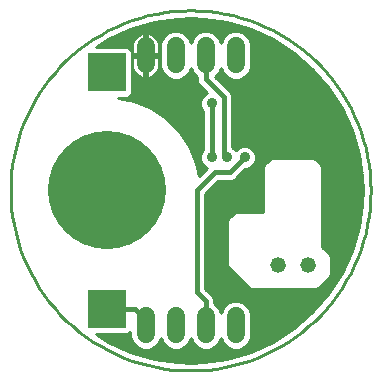
<source format=gtl>
G75*
G70*
%OFA0B0*%
%FSLAX24Y24*%
%IPPOS*%
%LPD*%
%AMOC8*
5,1,8,0,0,1.08239X$1,22.5*
%
%ADD10C,0.0100*%
%ADD11C,0.0600*%
%ADD12R,0.1260X0.1260*%
%ADD13C,0.3937*%
%ADD14C,0.0520*%
%ADD15C,0.0160*%
%ADD16R,0.0396X0.0396*%
%ADD17C,0.0396*%
%ADD18C,0.0357*%
D10*
X002994Y001374D02*
X004068Y001374D01*
X004141Y001447D01*
X004141Y001250D01*
X004219Y001062D01*
X004362Y000919D01*
X004550Y000841D01*
X004753Y000841D01*
X004940Y000919D01*
X005084Y001062D01*
X005151Y001226D01*
X005219Y001062D01*
X005362Y000919D01*
X005550Y000841D01*
X005753Y000841D01*
X005940Y000919D01*
X006084Y001062D01*
X006151Y001226D01*
X006219Y001062D01*
X006362Y000919D01*
X006550Y000841D01*
X006753Y000841D01*
X006940Y000919D01*
X007084Y001062D01*
X007151Y001226D01*
X007219Y001062D01*
X007362Y000919D01*
X007550Y000841D01*
X007753Y000841D01*
X007940Y000919D01*
X008084Y001062D01*
X008161Y001250D01*
X008161Y002053D01*
X008084Y002240D01*
X007940Y002384D01*
X007753Y002461D01*
X007550Y002461D01*
X007362Y002384D01*
X007219Y002240D01*
X007151Y002077D01*
X007084Y002240D01*
X006941Y002382D01*
X006941Y002393D01*
X006941Y002509D01*
X006897Y002615D01*
X010663Y002615D01*
X010746Y002711D02*
X010210Y002092D01*
X009591Y001556D01*
X008902Y001113D01*
X008157Y000773D01*
X007371Y000542D01*
X006561Y000426D01*
X006151Y000411D01*
X005742Y000426D01*
X004931Y000542D01*
X004145Y000773D01*
X003400Y001113D01*
X002994Y001374D01*
X003057Y001334D02*
X004141Y001334D01*
X004141Y001432D02*
X004126Y001432D01*
X004147Y001235D02*
X003211Y001235D01*
X003364Y001137D02*
X004188Y001137D01*
X004243Y001038D02*
X003565Y001038D01*
X003400Y001113D02*
X003400Y001113D01*
X003781Y000940D02*
X004342Y000940D01*
X004250Y000742D02*
X008053Y000742D01*
X007961Y000940D02*
X008522Y000940D01*
X008737Y001038D02*
X008059Y001038D01*
X008114Y001137D02*
X008938Y001137D01*
X009092Y001235D02*
X008155Y001235D01*
X008161Y001334D02*
X009245Y001334D01*
X009398Y001432D02*
X008161Y001432D01*
X008161Y001531D02*
X009552Y001531D01*
X009676Y001629D02*
X008161Y001629D01*
X008161Y001728D02*
X009789Y001728D01*
X009903Y001826D02*
X008161Y001826D01*
X008161Y001925D02*
X010017Y001925D01*
X010131Y002024D02*
X008161Y002024D01*
X008132Y002122D02*
X010236Y002122D01*
X010321Y002221D02*
X008092Y002221D01*
X008004Y002319D02*
X010406Y002319D01*
X010492Y002418D02*
X007858Y002418D01*
X007445Y002418D02*
X006941Y002418D01*
X006938Y002516D02*
X010577Y002516D01*
X010746Y002711D02*
X011189Y003400D01*
X011529Y004145D01*
X011760Y004931D01*
X011877Y005742D01*
X011891Y006151D01*
X011891Y006151D01*
X011877Y006561D01*
X011760Y007371D01*
X011529Y008157D01*
X011189Y008902D01*
X010746Y009591D01*
X010210Y010210D01*
X009591Y010746D01*
X008902Y011189D01*
X008157Y011529D01*
X007371Y011760D01*
X006561Y011877D01*
X006151Y011891D01*
X005742Y011877D01*
X004931Y011760D01*
X004145Y011529D01*
X003400Y011189D01*
X002994Y010928D01*
X004068Y010928D01*
X004191Y010805D01*
X004191Y009371D01*
X004068Y009248D01*
X003722Y009248D01*
X004258Y009142D01*
X004824Y008907D01*
X005334Y008567D01*
X005767Y008134D01*
X006107Y007624D01*
X006342Y007058D01*
X006426Y006636D01*
X006688Y006898D01*
X006631Y006922D01*
X006522Y007031D01*
X006463Y007174D01*
X006463Y007328D01*
X006522Y007471D01*
X006561Y007510D01*
X006561Y008792D01*
X006522Y008831D01*
X006463Y008974D01*
X006463Y009128D01*
X006522Y009271D01*
X006631Y009380D01*
X006688Y009404D01*
X006405Y009687D01*
X006361Y009793D01*
X006361Y009909D01*
X006361Y009920D01*
X006219Y010062D01*
X006151Y010226D01*
X006084Y010062D01*
X005940Y009919D01*
X005753Y009841D01*
X005550Y009841D01*
X005362Y009919D01*
X005219Y010062D01*
X005141Y010250D01*
X005141Y011053D01*
X005219Y011240D01*
X005362Y011384D01*
X005550Y011461D01*
X005753Y011461D01*
X005940Y011384D01*
X006084Y011240D01*
X006151Y011077D01*
X006219Y011240D01*
X006362Y011384D01*
X006550Y011461D01*
X006753Y011461D01*
X006940Y011384D01*
X007084Y011240D01*
X007151Y011077D01*
X007219Y011240D01*
X007362Y011384D01*
X007550Y011461D01*
X007753Y011461D01*
X007940Y011384D01*
X008084Y011240D01*
X008161Y011053D01*
X008161Y010250D01*
X008084Y010062D01*
X007940Y009919D01*
X007753Y009841D01*
X007550Y009841D01*
X007362Y009919D01*
X007219Y010062D01*
X007151Y010226D01*
X007084Y010062D01*
X006967Y009946D01*
X007415Y009497D01*
X007497Y009415D01*
X007541Y009309D01*
X007541Y007759D01*
X007541Y007593D01*
X007571Y007580D01*
X007651Y007500D01*
X007731Y007580D01*
X007874Y007640D01*
X008028Y007640D01*
X008171Y007580D01*
X008280Y007471D01*
X008340Y007328D01*
X008340Y007174D01*
X008280Y007031D01*
X008171Y006922D01*
X008028Y006863D01*
X007973Y006863D01*
X007697Y006587D01*
X007615Y006505D01*
X007509Y006461D01*
X007071Y006461D01*
X006641Y006031D01*
X006641Y002871D01*
X006897Y002615D01*
X006799Y002713D02*
X010748Y002713D01*
X010811Y002812D02*
X006701Y002812D01*
X006641Y002910D02*
X008082Y002910D01*
X008087Y002905D02*
X008193Y002861D01*
X010193Y002861D01*
X010309Y002861D01*
X010415Y002905D01*
X010715Y003205D01*
X010797Y003287D01*
X010841Y003393D01*
X010841Y003793D01*
X010841Y003909D01*
X010797Y004015D01*
X010541Y004271D01*
X010541Y006793D01*
X010541Y006909D01*
X010497Y007015D01*
X010397Y007115D01*
X010315Y007197D01*
X010209Y007241D01*
X009009Y007241D01*
X008893Y007241D01*
X008787Y007197D01*
X008687Y007097D01*
X008605Y007015D01*
X008561Y006909D01*
X008561Y005441D01*
X007809Y005441D01*
X007693Y005441D01*
X007587Y005397D01*
X007487Y005297D01*
X007405Y005215D01*
X007361Y005109D01*
X007361Y003693D01*
X007405Y003587D01*
X007487Y003505D01*
X008005Y002987D01*
X008087Y002905D01*
X007983Y003009D02*
X006641Y003009D01*
X006641Y003107D02*
X007885Y003107D01*
X007786Y003206D02*
X006641Y003206D01*
X006641Y003305D02*
X007688Y003305D01*
X007589Y003403D02*
X006641Y003403D01*
X006641Y003502D02*
X007491Y003502D01*
X007487Y003505D02*
X007487Y003505D01*
X007400Y003600D02*
X006641Y003600D01*
X006641Y003699D02*
X007361Y003699D01*
X007361Y003797D02*
X006641Y003797D01*
X006641Y003896D02*
X007361Y003896D01*
X007361Y003994D02*
X006641Y003994D01*
X006641Y004093D02*
X007361Y004093D01*
X007361Y004191D02*
X006641Y004191D01*
X006641Y004290D02*
X007361Y004290D01*
X007361Y004389D02*
X006641Y004389D01*
X006641Y004487D02*
X007361Y004487D01*
X007361Y004586D02*
X006641Y004586D01*
X006641Y004684D02*
X007361Y004684D01*
X007361Y004783D02*
X006641Y004783D01*
X006641Y004881D02*
X007361Y004881D01*
X007361Y004980D02*
X006641Y004980D01*
X006641Y005078D02*
X007361Y005078D01*
X007389Y005177D02*
X006641Y005177D01*
X006641Y005275D02*
X007465Y005275D01*
X007564Y005374D02*
X006641Y005374D01*
X006641Y005473D02*
X008561Y005473D01*
X008561Y005571D02*
X006641Y005571D01*
X006641Y005670D02*
X008561Y005670D01*
X008561Y005768D02*
X006641Y005768D01*
X006641Y005867D02*
X008561Y005867D01*
X008561Y005965D02*
X006641Y005965D01*
X006674Y006064D02*
X008561Y006064D01*
X008561Y006162D02*
X006772Y006162D01*
X006871Y006261D02*
X008561Y006261D01*
X008561Y006359D02*
X006970Y006359D01*
X007068Y006458D02*
X008561Y006458D01*
X008561Y006556D02*
X007667Y006556D01*
X007765Y006655D02*
X008561Y006655D01*
X008561Y006754D02*
X007864Y006754D01*
X007962Y006852D02*
X008561Y006852D01*
X008579Y006951D02*
X008200Y006951D01*
X008288Y007049D02*
X008639Y007049D01*
X008738Y007148D02*
X008329Y007148D01*
X008340Y007246D02*
X011778Y007246D01*
X011792Y007148D02*
X010365Y007148D01*
X010463Y007049D02*
X011806Y007049D01*
X011820Y006951D02*
X010524Y006951D01*
X010541Y006852D02*
X011835Y006852D01*
X011849Y006754D02*
X010541Y006754D01*
X010541Y006655D02*
X011863Y006655D01*
X011877Y006556D02*
X010541Y006556D01*
X010541Y006458D02*
X011880Y006458D01*
X011884Y006359D02*
X010541Y006359D01*
X010541Y006261D02*
X011887Y006261D01*
X011891Y006162D02*
X010541Y006162D01*
X010541Y006064D02*
X011888Y006064D01*
X011885Y005965D02*
X010541Y005965D01*
X010541Y005867D02*
X011881Y005867D01*
X011878Y005768D02*
X010541Y005768D01*
X010541Y005670D02*
X011866Y005670D01*
X011852Y005571D02*
X010541Y005571D01*
X010541Y005473D02*
X011838Y005473D01*
X011824Y005374D02*
X010541Y005374D01*
X010541Y005275D02*
X011810Y005275D01*
X011795Y005177D02*
X010541Y005177D01*
X010541Y005078D02*
X011781Y005078D01*
X011767Y004980D02*
X010541Y004980D01*
X010541Y004881D02*
X011745Y004881D01*
X011716Y004783D02*
X010541Y004783D01*
X010541Y004684D02*
X011688Y004684D01*
X011659Y004586D02*
X010541Y004586D01*
X010541Y004487D02*
X011630Y004487D01*
X011601Y004389D02*
X010541Y004389D01*
X010541Y004290D02*
X011572Y004290D01*
X011543Y004191D02*
X010621Y004191D01*
X010720Y004093D02*
X011505Y004093D01*
X011460Y003994D02*
X010806Y003994D01*
X010841Y003896D02*
X011415Y003896D01*
X011370Y003797D02*
X010841Y003797D01*
X010841Y003699D02*
X011325Y003699D01*
X011280Y003600D02*
X010841Y003600D01*
X010841Y003502D02*
X011235Y003502D01*
X011190Y003403D02*
X010841Y003403D01*
X010804Y003305D02*
X011128Y003305D01*
X011064Y003206D02*
X010716Y003206D01*
X010618Y003107D02*
X011001Y003107D01*
X010938Y003009D02*
X010519Y003009D01*
X010421Y002910D02*
X010874Y002910D01*
X008306Y000841D02*
X003996Y000841D01*
X004585Y000644D02*
X007717Y000644D01*
X007382Y000545D02*
X004921Y000545D01*
X004961Y000940D02*
X005342Y000940D01*
X005243Y001038D02*
X005059Y001038D01*
X005114Y001137D02*
X005188Y001137D01*
X005961Y000940D02*
X006342Y000940D01*
X006243Y001038D02*
X006059Y001038D01*
X006114Y001137D02*
X006188Y001137D01*
X006961Y000940D02*
X007342Y000940D01*
X007243Y001038D02*
X007059Y001038D01*
X007114Y001137D02*
X007188Y001137D01*
X006707Y000447D02*
X005595Y000447D01*
X007132Y002122D02*
X007170Y002122D01*
X007211Y002221D02*
X007092Y002221D01*
X007004Y002319D02*
X007298Y002319D01*
X006151Y000151D02*
X006436Y000158D01*
X006721Y000178D01*
X007005Y000212D01*
X007287Y000259D01*
X007566Y000320D01*
X007841Y000394D01*
X008113Y000481D01*
X008381Y000581D01*
X008643Y000693D01*
X008900Y000818D01*
X009151Y000955D01*
X009395Y001103D01*
X009631Y001264D01*
X009860Y001435D01*
X010080Y001617D01*
X010291Y001809D01*
X010493Y002011D01*
X010685Y002222D01*
X010867Y002442D01*
X011038Y002671D01*
X011199Y002907D01*
X011347Y003151D01*
X011484Y003402D01*
X011609Y003659D01*
X011721Y003921D01*
X011821Y004189D01*
X011908Y004461D01*
X011982Y004736D01*
X012043Y005015D01*
X012090Y005297D01*
X012124Y005581D01*
X012144Y005866D01*
X012151Y006151D01*
X011764Y007345D02*
X008333Y007345D01*
X008292Y007443D02*
X011739Y007443D01*
X011710Y007542D02*
X008210Y007542D01*
X007693Y007542D02*
X007610Y007542D01*
X007541Y007640D02*
X011681Y007640D01*
X011652Y007739D02*
X007541Y007739D01*
X007541Y007838D02*
X011623Y007838D01*
X011594Y007936D02*
X007541Y007936D01*
X007541Y008035D02*
X011565Y008035D01*
X011536Y008133D02*
X007541Y008133D01*
X007541Y008232D02*
X011495Y008232D01*
X011450Y008330D02*
X007541Y008330D01*
X007541Y008429D02*
X011405Y008429D01*
X011360Y008527D02*
X007541Y008527D01*
X007541Y008626D02*
X011315Y008626D01*
X011270Y008724D02*
X007541Y008724D01*
X007541Y008823D02*
X011225Y008823D01*
X011176Y008922D02*
X007541Y008922D01*
X007541Y009020D02*
X011113Y009020D01*
X011050Y009119D02*
X007541Y009119D01*
X007541Y009217D02*
X010987Y009217D01*
X010923Y009316D02*
X007538Y009316D01*
X007498Y009414D02*
X010860Y009414D01*
X010797Y009513D02*
X007400Y009513D01*
X007301Y009611D02*
X010729Y009611D01*
X010643Y009710D02*
X007203Y009710D01*
X007104Y009808D02*
X010558Y009808D01*
X010473Y009907D02*
X007911Y009907D01*
X008027Y010006D02*
X010387Y010006D01*
X010302Y010104D02*
X008101Y010104D01*
X008142Y010203D02*
X010216Y010203D01*
X010105Y010301D02*
X008161Y010301D01*
X008161Y010400D02*
X009991Y010400D01*
X009877Y010498D02*
X008161Y010498D01*
X008161Y010597D02*
X009764Y010597D01*
X009650Y010695D02*
X008161Y010695D01*
X008161Y010794D02*
X009517Y010794D01*
X009364Y010892D02*
X008161Y010892D01*
X008161Y010991D02*
X009210Y010991D01*
X009057Y011089D02*
X008146Y011089D01*
X008105Y011188D02*
X008904Y011188D01*
X008689Y011287D02*
X008037Y011287D01*
X007936Y011385D02*
X008473Y011385D01*
X008257Y011484D02*
X004045Y011484D01*
X003830Y011385D02*
X004531Y011385D01*
X004546Y011390D02*
X004478Y011368D01*
X004415Y011336D01*
X004358Y011294D01*
X004308Y011244D01*
X004266Y011187D01*
X004234Y011124D01*
X004212Y011057D01*
X004201Y010987D01*
X004201Y010701D01*
X004601Y010701D01*
X004601Y010601D01*
X004701Y010601D01*
X004701Y009903D01*
X004757Y009912D01*
X004824Y009934D01*
X004887Y009966D01*
X004944Y010008D01*
X004994Y010058D01*
X005036Y010115D01*
X005068Y010178D01*
X005090Y010246D01*
X005101Y010316D01*
X005101Y010601D01*
X004701Y010601D01*
X004701Y010701D01*
X005101Y010701D01*
X005101Y010987D01*
X005090Y011057D01*
X005068Y011124D01*
X005036Y011187D01*
X004994Y011244D01*
X004944Y011294D01*
X004887Y011336D01*
X004824Y011368D01*
X004757Y011390D01*
X004701Y011399D01*
X004701Y010701D01*
X004601Y010701D01*
X004601Y011399D01*
X004546Y011390D01*
X004601Y011385D02*
X004701Y011385D01*
X004772Y011385D02*
X005366Y011385D01*
X005265Y011287D02*
X004952Y011287D01*
X005035Y011188D02*
X005197Y011188D01*
X005156Y011089D02*
X005079Y011089D01*
X005100Y010991D02*
X005141Y010991D01*
X005141Y010892D02*
X005101Y010892D01*
X005101Y010794D02*
X005141Y010794D01*
X005141Y010695D02*
X004701Y010695D01*
X004701Y010597D02*
X004601Y010597D01*
X004601Y010601D02*
X004601Y009903D01*
X004546Y009912D01*
X004478Y009934D01*
X004415Y009966D01*
X004358Y010008D01*
X004308Y010058D01*
X004266Y010115D01*
X004234Y010178D01*
X004212Y010246D01*
X004201Y010316D01*
X004201Y010601D01*
X004601Y010601D01*
X004601Y010695D02*
X004191Y010695D01*
X004191Y010597D02*
X004201Y010597D01*
X004191Y010498D02*
X004201Y010498D01*
X004191Y010400D02*
X004201Y010400D01*
X004191Y010301D02*
X004203Y010301D01*
X004191Y010203D02*
X004226Y010203D01*
X004191Y010104D02*
X004274Y010104D01*
X004191Y010006D02*
X004361Y010006D01*
X004191Y009907D02*
X004579Y009907D01*
X004601Y009907D02*
X004701Y009907D01*
X004723Y009907D02*
X005391Y009907D01*
X005276Y010006D02*
X004941Y010006D01*
X005028Y010104D02*
X005201Y010104D01*
X005161Y010203D02*
X005076Y010203D01*
X005099Y010301D02*
X005141Y010301D01*
X005141Y010400D02*
X005101Y010400D01*
X005101Y010498D02*
X005141Y010498D01*
X005141Y010597D02*
X005101Y010597D01*
X004701Y010498D02*
X004601Y010498D01*
X004601Y010400D02*
X004701Y010400D01*
X004701Y010301D02*
X004601Y010301D01*
X004601Y010203D02*
X004701Y010203D01*
X004701Y010104D02*
X004601Y010104D01*
X004601Y010006D02*
X004701Y010006D01*
X004191Y009808D02*
X006361Y009808D01*
X006361Y009907D02*
X005911Y009907D01*
X006027Y010006D02*
X006276Y010006D01*
X006201Y010104D02*
X006101Y010104D01*
X006142Y010203D02*
X006161Y010203D01*
X006396Y009710D02*
X004191Y009710D01*
X004191Y009611D02*
X006481Y009611D01*
X006579Y009513D02*
X004191Y009513D01*
X004191Y009414D02*
X006678Y009414D01*
X006566Y009316D02*
X004136Y009316D01*
X004314Y009119D02*
X006463Y009119D01*
X006463Y009020D02*
X004552Y009020D01*
X004790Y008922D02*
X006484Y008922D01*
X006530Y008823D02*
X004950Y008823D01*
X005098Y008724D02*
X006561Y008724D01*
X006561Y008626D02*
X005245Y008626D01*
X005373Y008527D02*
X006561Y008527D01*
X006561Y008429D02*
X005472Y008429D01*
X005570Y008330D02*
X006561Y008330D01*
X006561Y008232D02*
X005669Y008232D01*
X005767Y008133D02*
X006561Y008133D01*
X006561Y008035D02*
X005833Y008035D01*
X005899Y007936D02*
X006561Y007936D01*
X006561Y007838D02*
X005965Y007838D01*
X006031Y007739D02*
X006561Y007739D01*
X006561Y007640D02*
X006096Y007640D01*
X006141Y007542D02*
X006561Y007542D01*
X006510Y007443D02*
X006182Y007443D01*
X006223Y007345D02*
X006470Y007345D01*
X006463Y007246D02*
X006264Y007246D01*
X006305Y007148D02*
X006474Y007148D01*
X006514Y007049D02*
X006343Y007049D01*
X006363Y006951D02*
X006602Y006951D01*
X006642Y006852D02*
X006383Y006852D01*
X006402Y006754D02*
X006544Y006754D01*
X006445Y006655D02*
X006422Y006655D01*
X000151Y006151D02*
X000158Y005866D01*
X000178Y005581D01*
X000212Y005297D01*
X000259Y005015D01*
X000320Y004736D01*
X000394Y004461D01*
X000481Y004189D01*
X000581Y003921D01*
X000693Y003659D01*
X000818Y003402D01*
X000955Y003151D01*
X001103Y002907D01*
X001264Y002671D01*
X001435Y002442D01*
X001617Y002222D01*
X001809Y002011D01*
X002011Y001809D01*
X002222Y001617D01*
X002442Y001435D01*
X002671Y001264D01*
X002907Y001103D01*
X003151Y000955D01*
X003402Y000818D01*
X003659Y000693D01*
X003921Y000581D01*
X004189Y000481D01*
X004461Y000394D01*
X004736Y000320D01*
X005015Y000259D01*
X005297Y000212D01*
X005581Y000178D01*
X005866Y000158D01*
X006151Y000151D01*
X000151Y006151D02*
X000158Y006436D01*
X000178Y006721D01*
X000212Y007005D01*
X000259Y007287D01*
X000320Y007566D01*
X000394Y007841D01*
X000481Y008113D01*
X000581Y008381D01*
X000693Y008643D01*
X000818Y008900D01*
X000955Y009151D01*
X001103Y009395D01*
X001264Y009631D01*
X001435Y009860D01*
X001617Y010080D01*
X001809Y010291D01*
X002011Y010493D01*
X002222Y010685D01*
X002442Y010867D01*
X002671Y011038D01*
X002907Y011199D01*
X003151Y011347D01*
X003402Y011484D01*
X003659Y011609D01*
X003921Y011721D01*
X004189Y011821D01*
X004461Y011908D01*
X004736Y011982D01*
X005015Y012043D01*
X005297Y012090D01*
X005581Y012124D01*
X005866Y012144D01*
X006151Y012151D01*
X005777Y011878D02*
X006525Y011878D01*
X006366Y011385D02*
X005936Y011385D01*
X006037Y011287D02*
X006265Y011287D01*
X006197Y011188D02*
X006105Y011188D01*
X006146Y011089D02*
X006156Y011089D01*
X006936Y011385D02*
X007366Y011385D01*
X007265Y011287D02*
X007037Y011287D01*
X007105Y011188D02*
X007197Y011188D01*
X007156Y011089D02*
X007146Y011089D01*
X007641Y011681D02*
X004661Y011681D01*
X004326Y011582D02*
X007977Y011582D01*
X007237Y011779D02*
X005065Y011779D01*
X004701Y011287D02*
X004601Y011287D01*
X004601Y011188D02*
X004701Y011188D01*
X004701Y011089D02*
X004601Y011089D01*
X004601Y010991D02*
X004701Y010991D01*
X004701Y010892D02*
X004601Y010892D01*
X004601Y010794D02*
X004701Y010794D01*
X004201Y010794D02*
X004191Y010794D01*
X004201Y010892D02*
X004104Y010892D01*
X004202Y010991D02*
X003092Y010991D01*
X003245Y011089D02*
X004223Y011089D01*
X004267Y011188D02*
X003399Y011188D01*
X003614Y011287D02*
X004350Y011287D01*
X003878Y009217D02*
X006500Y009217D01*
X007005Y009907D02*
X007391Y009907D01*
X007276Y010006D02*
X007027Y010006D01*
X007101Y010104D02*
X007201Y010104D01*
X007161Y010203D02*
X007142Y010203D01*
X006151Y012151D02*
X006436Y012144D01*
X006721Y012124D01*
X007005Y012090D01*
X007287Y012043D01*
X007566Y011982D01*
X007841Y011908D01*
X008113Y011821D01*
X008381Y011721D01*
X008643Y011609D01*
X008900Y011484D01*
X009151Y011347D01*
X009395Y011199D01*
X009631Y011038D01*
X009860Y010867D01*
X010080Y010685D01*
X010291Y010493D01*
X010493Y010291D01*
X010685Y010080D01*
X010867Y009860D01*
X011038Y009631D01*
X011199Y009395D01*
X011347Y009151D01*
X011484Y008900D01*
X011609Y008643D01*
X011721Y008381D01*
X011821Y008113D01*
X011908Y007841D01*
X011982Y007566D01*
X012043Y007287D01*
X012090Y007005D01*
X012124Y006721D01*
X012144Y006436D01*
X012151Y006151D01*
D11*
X007651Y001951D02*
X007651Y001351D01*
X006651Y001351D02*
X006651Y001951D01*
X005651Y001951D02*
X005651Y001351D01*
X004651Y001351D02*
X004651Y001951D01*
X004651Y010351D02*
X004651Y010951D01*
X005651Y010951D02*
X005651Y010351D01*
X006651Y010351D02*
X006651Y010951D01*
X007651Y010951D02*
X007651Y010351D01*
D12*
X003351Y010088D03*
X003351Y002214D03*
D13*
X003351Y006151D03*
D14*
X009051Y003651D03*
X010051Y003651D03*
D15*
X007451Y006751D02*
X006951Y006751D01*
X006351Y006151D01*
X006351Y002751D01*
X006651Y002451D01*
X006651Y001651D01*
X004651Y001651D02*
X004651Y001851D01*
X004288Y002214D01*
X003351Y002214D01*
X003288Y002151D01*
X002951Y002151D01*
X003351Y002214D02*
X003414Y002151D01*
X003751Y002151D01*
X003351Y004551D02*
X003351Y006151D01*
X006851Y007251D02*
X006851Y009051D01*
X007251Y009251D02*
X007251Y007817D01*
X007251Y007351D01*
X007351Y007251D01*
X007451Y006751D02*
X007951Y007251D01*
X007251Y009251D02*
X006651Y009851D01*
X006651Y010651D01*
X003751Y010151D02*
X003414Y010151D01*
X003351Y010088D01*
X003751Y010151D02*
X002951Y010151D01*
D16*
X002951Y002151D03*
X003751Y002151D03*
X003751Y010151D03*
X002951Y010151D03*
D17*
X003351Y007751D03*
X001751Y006151D03*
X003351Y004551D03*
X004951Y006151D03*
D18*
X006851Y007251D03*
X007351Y007251D03*
X007951Y007251D03*
X006851Y009051D03*
M02*

</source>
